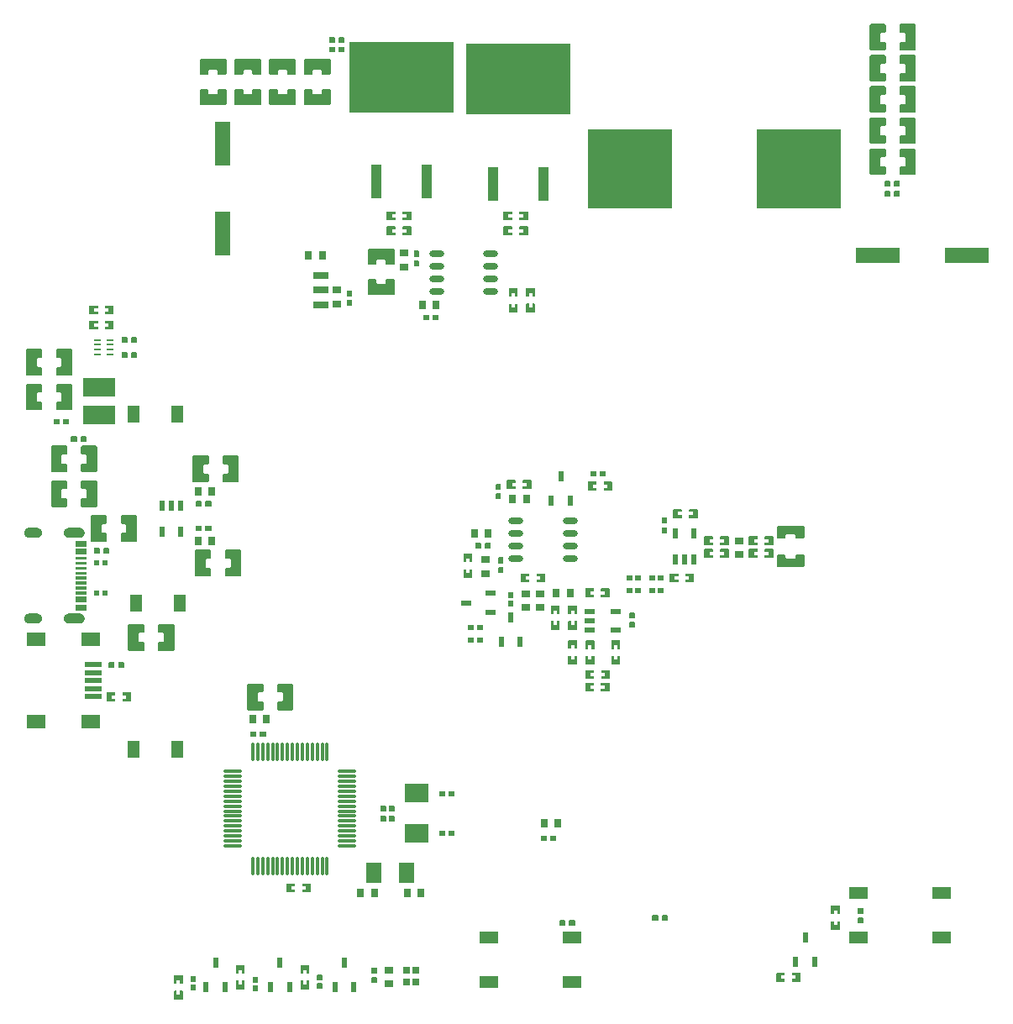
<source format=gtp>
G04*
G04 #@! TF.GenerationSoftware,Altium Limited,Altium Designer,23.3.1 (30)*
G04*
G04 Layer_Color=8421504*
%FSLAX25Y25*%
%MOIN*%
G70*
G04*
G04 #@! TF.SameCoordinates,A0E3A479-A048-482A-A5C8-966E8189681F*
G04*
G04*
G04 #@! TF.FilePolarity,Positive*
G04*
G01*
G75*
%ADD19R,0.17717X0.06496*%
%ADD20R,0.03543X0.03150*%
%ADD21O,0.05984X0.02362*%
%ADD22R,0.03150X0.03543*%
%ADD23R,0.06201X0.02646*%
%ADD24R,0.02677X0.01102*%
%ADD25R,0.04921X0.06693*%
%ADD26O,0.01181X0.07874*%
%ADD27O,0.07874X0.01181*%
%ADD28R,0.02362X0.03937*%
%ADD29R,0.02362X0.04213*%
%ADD30R,0.03937X0.02362*%
%ADD31R,0.04213X0.02362*%
%ADD32R,0.02953X0.02756*%
%ADD33R,0.07480X0.05118*%
%ADD34R,0.09449X0.07480*%
%ADD35R,0.05906X0.07874*%
%ADD36R,0.33465X0.31496*%
%ADD37R,0.41600X0.28270*%
%ADD38R,0.04465X0.13223*%
%ADD39R,0.06496X0.17717*%
%ADD40R,0.07480X0.05709*%
%ADD41R,0.06693X0.01968*%
%ADD42R,0.12677X0.07181*%
G36*
X134783Y-6988D02*
Y-8760D01*
X134586Y-8957D01*
X132697D01*
X132421Y-8760D01*
Y-6988D01*
X132697Y-6791D01*
X134586D01*
X134783Y-6988D01*
D02*
G37*
G36*
X131004D02*
Y-8760D01*
X130728Y-8957D01*
X128838D01*
X128641Y-8760D01*
Y-6988D01*
X128838Y-6791D01*
X130728D01*
X131004Y-6988D01*
D02*
G37*
G36*
X361624Y-1969D02*
Y-11811D01*
X361230Y-12205D01*
X355581D01*
X355187Y-11811D01*
Y-9091D01*
X355581Y-8697D01*
X356982D01*
X357376Y-8303D01*
Y-5476D01*
X356982Y-5083D01*
X355581D01*
X355187Y-4689D01*
Y-1969D01*
X355581Y-1575D01*
X361230D01*
X361624Y-1969D01*
D02*
G37*
G36*
X349675D02*
Y-4689D01*
X349282Y-5083D01*
X347880D01*
X347487Y-5476D01*
Y-8303D01*
X347880Y-8697D01*
X349282D01*
X349675Y-9091D01*
Y-11811D01*
X349282Y-12205D01*
X343632D01*
X343238Y-11811D01*
Y-1969D01*
X343632Y-1575D01*
X349282D01*
X349675Y-1969D01*
D02*
G37*
G36*
X134783Y-10925D02*
Y-12697D01*
X134586Y-12894D01*
X132697D01*
X132421Y-12697D01*
Y-10925D01*
X132697Y-10728D01*
X134586D01*
X134783Y-10925D01*
D02*
G37*
G36*
X131004D02*
Y-12697D01*
X130728Y-12894D01*
X128838D01*
X128641Y-12697D01*
Y-10925D01*
X128838Y-10728D01*
X130728D01*
X131004Y-10925D01*
D02*
G37*
G36*
X129331Y-15807D02*
Y-21457D01*
X128937Y-21850D01*
X126217D01*
X125823Y-21457D01*
Y-20055D01*
X125429Y-19662D01*
X122602D01*
X122209Y-20055D01*
Y-21457D01*
X121815Y-21850D01*
X119095D01*
X118701Y-21457D01*
Y-15807D01*
X119095Y-15413D01*
X128937D01*
X129331Y-15807D01*
D02*
G37*
G36*
X115551D02*
Y-21457D01*
X115157Y-21850D01*
X112437D01*
X112043Y-21457D01*
Y-20055D01*
X111650Y-19662D01*
X108823D01*
X108429Y-20055D01*
Y-21457D01*
X108035Y-21850D01*
X105315D01*
X104921Y-21457D01*
Y-15807D01*
X105315Y-15413D01*
X115157D01*
X115551Y-15807D01*
D02*
G37*
G36*
X101772D02*
Y-21457D01*
X101378Y-21850D01*
X98658D01*
X98264Y-21457D01*
Y-20055D01*
X97870Y-19662D01*
X95043D01*
X94650Y-20055D01*
Y-21457D01*
X94256Y-21850D01*
X91535D01*
X91142Y-21457D01*
Y-15807D01*
X91535Y-15413D01*
X101378D01*
X101772Y-15807D01*
D02*
G37*
G36*
X87992D02*
Y-21457D01*
X87599Y-21850D01*
X84878D01*
X84484Y-21457D01*
Y-20055D01*
X84091Y-19662D01*
X81264D01*
X80870Y-20055D01*
Y-21457D01*
X80476Y-21850D01*
X77756D01*
X77362Y-21457D01*
Y-15807D01*
X77756Y-15413D01*
X87599D01*
X87992Y-15807D01*
D02*
G37*
G36*
X361624Y-14323D02*
Y-24165D01*
X361230Y-24559D01*
X355581D01*
X355187Y-24165D01*
Y-21445D01*
X355581Y-21051D01*
X356982D01*
X357376Y-20658D01*
Y-17831D01*
X356982Y-17437D01*
X355581D01*
X355187Y-17043D01*
Y-14323D01*
X355581Y-13929D01*
X361230D01*
X361624Y-14323D01*
D02*
G37*
G36*
X349675D02*
Y-17043D01*
X349282Y-17437D01*
X347880D01*
X347487Y-17831D01*
Y-20658D01*
X347880Y-21051D01*
X349282D01*
X349675Y-21445D01*
Y-24165D01*
X349282Y-24559D01*
X343632D01*
X343238Y-24165D01*
Y-14323D01*
X343632Y-13929D01*
X349282D01*
X349675Y-14323D01*
D02*
G37*
G36*
X129331Y-27756D02*
Y-33406D01*
X128937Y-33799D01*
X119095D01*
X118701Y-33406D01*
Y-27756D01*
X119095Y-27362D01*
X121815D01*
X122209Y-27756D01*
Y-29157D01*
X122602Y-29551D01*
X125429D01*
X125823Y-29157D01*
Y-27756D01*
X126217Y-27362D01*
X128937D01*
X129331Y-27756D01*
D02*
G37*
G36*
X115551D02*
Y-33406D01*
X115157Y-33799D01*
X105315D01*
X104921Y-33406D01*
Y-27756D01*
X105315Y-27362D01*
X108035D01*
X108429Y-27756D01*
Y-29157D01*
X108823Y-29551D01*
X111650D01*
X112043Y-29157D01*
Y-27756D01*
X112437Y-27362D01*
X115157D01*
X115551Y-27756D01*
D02*
G37*
G36*
X101772D02*
Y-33406D01*
X101378Y-33799D01*
X91535D01*
X91142Y-33406D01*
Y-27756D01*
X91535Y-27362D01*
X94256D01*
X94650Y-27756D01*
Y-29157D01*
X95043Y-29551D01*
X97870D01*
X98264Y-29157D01*
Y-27756D01*
X98658Y-27362D01*
X101378D01*
X101772Y-27756D01*
D02*
G37*
G36*
X87992D02*
Y-33406D01*
X87599Y-33799D01*
X77756D01*
X77362Y-33406D01*
Y-27756D01*
X77756Y-27362D01*
X80476D01*
X80870Y-27756D01*
Y-29157D01*
X81264Y-29551D01*
X84091D01*
X84484Y-29157D01*
Y-27756D01*
X84878Y-27362D01*
X87599D01*
X87992Y-27756D01*
D02*
G37*
G36*
X361624Y-26677D02*
Y-36520D01*
X361230Y-36913D01*
X355581D01*
X355187Y-36520D01*
Y-33799D01*
X355581Y-33406D01*
X356982D01*
X357376Y-33012D01*
Y-30185D01*
X356982Y-29791D01*
X355581D01*
X355187Y-29398D01*
Y-26677D01*
X355581Y-26283D01*
X361230D01*
X361624Y-26677D01*
D02*
G37*
G36*
X349675D02*
Y-29398D01*
X349282Y-29791D01*
X347880D01*
X347487Y-30185D01*
Y-33012D01*
X347880Y-33406D01*
X349282D01*
X349675Y-33799D01*
Y-36520D01*
X349282Y-36913D01*
X343632D01*
X343238Y-36520D01*
Y-26677D01*
X343632Y-26283D01*
X349282D01*
X349675Y-26677D01*
D02*
G37*
G36*
X361624Y-39031D02*
Y-48874D01*
X361230Y-49268D01*
X355581D01*
X355187Y-48874D01*
Y-46154D01*
X355581Y-45760D01*
X356982D01*
X357376Y-45366D01*
Y-42539D01*
X356982Y-42146D01*
X355581D01*
X355187Y-41752D01*
Y-39031D01*
X355581Y-38638D01*
X361230D01*
X361624Y-39031D01*
D02*
G37*
G36*
X349675D02*
Y-41752D01*
X349282Y-42146D01*
X347880D01*
X347487Y-42539D01*
Y-45366D01*
X347880Y-45760D01*
X349282D01*
X349675Y-46154D01*
Y-48874D01*
X349282Y-49268D01*
X343632D01*
X343238Y-48874D01*
Y-39031D01*
X343632Y-38638D01*
X349282D01*
X349675Y-39031D01*
D02*
G37*
G36*
X361624Y-51386D02*
Y-61228D01*
X361230Y-61622D01*
X355581D01*
X355187Y-61228D01*
Y-58508D01*
X355581Y-58114D01*
X356982D01*
X357376Y-57720D01*
Y-54894D01*
X356982Y-54500D01*
X355581D01*
X355187Y-54106D01*
Y-51386D01*
X355581Y-50992D01*
X361230D01*
X361624Y-51386D01*
D02*
G37*
G36*
X349675D02*
Y-54106D01*
X349282Y-54500D01*
X347880D01*
X347487Y-54894D01*
Y-57720D01*
X347880Y-58114D01*
X349282D01*
X349675Y-58508D01*
Y-61228D01*
X349282Y-61622D01*
X343632D01*
X343238Y-61228D01*
Y-51386D01*
X343632Y-50992D01*
X349282D01*
X349675Y-51386D01*
D02*
G37*
G36*
X355256Y-64075D02*
Y-65847D01*
X355059Y-66043D01*
X353169D01*
X352894Y-65847D01*
Y-64075D01*
X353169Y-63878D01*
X355059D01*
X355256Y-64075D01*
D02*
G37*
G36*
X351476D02*
Y-65847D01*
X351201Y-66043D01*
X349311D01*
X349114Y-65847D01*
Y-64075D01*
X349311Y-63878D01*
X351201D01*
X351476Y-64075D01*
D02*
G37*
G36*
X355256Y-68012D02*
Y-69783D01*
X355059Y-69980D01*
X353169D01*
X352893Y-69783D01*
Y-68012D01*
X353169Y-67815D01*
X355059D01*
X355256Y-68012D01*
D02*
G37*
G36*
X351476D02*
Y-69783D01*
X351201Y-69980D01*
X349311D01*
X349114Y-69783D01*
Y-68012D01*
X349311Y-67815D01*
X351201D01*
X351476Y-68012D01*
D02*
G37*
G36*
X207657Y-76181D02*
Y-79331D01*
X207460Y-79527D01*
X204350D01*
X204153Y-79331D01*
Y-78433D01*
X205649D01*
Y-77134D01*
X204153D01*
Y-76181D01*
X204350Y-75984D01*
X207460D01*
X207657Y-76181D01*
D02*
G37*
G36*
X201398D02*
Y-77134D01*
X199941D01*
Y-78433D01*
X201398D01*
Y-79331D01*
X201201Y-79527D01*
X198051D01*
X197854Y-79331D01*
Y-76181D01*
X198051Y-75984D01*
X201201D01*
X201398Y-76181D01*
D02*
G37*
G36*
X161410D02*
Y-79331D01*
X161213Y-79527D01*
X158103D01*
X157906Y-79331D01*
Y-78433D01*
X159402D01*
Y-77134D01*
X157906D01*
Y-76181D01*
X158103Y-75984D01*
X161213D01*
X161410Y-76181D01*
D02*
G37*
G36*
X155150D02*
Y-77134D01*
X153694D01*
Y-78433D01*
X155150D01*
Y-79331D01*
X154954Y-79527D01*
X151804D01*
X151607Y-79331D01*
Y-76181D01*
X151804Y-75984D01*
X154954D01*
X155150Y-76181D01*
D02*
G37*
G36*
X207657Y-82086D02*
Y-85236D01*
X207460Y-85433D01*
X204350D01*
X204153Y-85236D01*
Y-84339D01*
X205649D01*
Y-83039D01*
X204153D01*
Y-82086D01*
X204350Y-81890D01*
X207460D01*
X207657Y-82086D01*
D02*
G37*
G36*
X201398D02*
Y-83039D01*
X199941D01*
Y-84339D01*
X201398D01*
Y-85236D01*
X201201Y-85433D01*
X198051D01*
X197854Y-85236D01*
Y-82086D01*
X198051Y-81890D01*
X201201D01*
X201398Y-82086D01*
D02*
G37*
G36*
X161410D02*
Y-85236D01*
X161213Y-85433D01*
X158103D01*
X157906Y-85236D01*
Y-84339D01*
X159402D01*
Y-83039D01*
X157906D01*
Y-82086D01*
X158103Y-81890D01*
X161213D01*
X161410Y-82086D01*
D02*
G37*
G36*
X155150D02*
Y-83039D01*
X153694D01*
Y-84339D01*
X155150D01*
Y-85236D01*
X154954Y-85433D01*
X151804D01*
X151607Y-85236D01*
Y-82086D01*
X151804Y-81890D01*
X154954D01*
X155150Y-82086D01*
D02*
G37*
G36*
X164468Y-91792D02*
Y-93681D01*
X164272Y-93957D01*
X162500D01*
X162303Y-93681D01*
Y-91792D01*
X162500Y-91595D01*
X164272D01*
X164468Y-91792D01*
D02*
G37*
G36*
X154720Y-91152D02*
Y-96801D01*
X154326Y-97195D01*
X151606D01*
X151212Y-96801D01*
Y-95400D01*
X150818Y-95007D01*
X147992D01*
X147598Y-95400D01*
Y-96801D01*
X147204Y-97195D01*
X144484D01*
X144090Y-96801D01*
Y-91152D01*
X144484Y-90758D01*
X154326D01*
X154720Y-91152D01*
D02*
G37*
G36*
X164468Y-95650D02*
Y-97540D01*
X164272Y-97737D01*
X162500D01*
X162303Y-97540D01*
Y-95650D01*
X162500Y-95374D01*
X164272D01*
X164468Y-95650D01*
D02*
G37*
G36*
X154720Y-103101D02*
Y-108750D01*
X154326Y-109144D01*
X144484D01*
X144090Y-108750D01*
Y-103101D01*
X144484Y-102707D01*
X147204D01*
X147598Y-103101D01*
Y-104502D01*
X147992Y-104896D01*
X150818D01*
X151212Y-104502D01*
Y-103101D01*
X151606Y-102707D01*
X154326D01*
X154720Y-103101D01*
D02*
G37*
G36*
X137894Y-107540D02*
Y-109429D01*
X137697Y-109705D01*
X135925D01*
X135728Y-109429D01*
Y-107540D01*
X135925Y-107343D01*
X137697D01*
X137894Y-107540D01*
D02*
G37*
G36*
X210433Y-106503D02*
Y-109613D01*
X210236Y-109810D01*
X209339D01*
Y-108314D01*
X208039D01*
Y-109810D01*
X207086D01*
X206890Y-109613D01*
Y-106503D01*
X207086Y-106306D01*
X210236D01*
X210433Y-106503D01*
D02*
G37*
G36*
X203543Y-106528D02*
Y-109678D01*
X203347Y-109875D01*
X202394D01*
Y-108418D01*
X201095D01*
Y-109875D01*
X200197D01*
X200000Y-109678D01*
Y-106528D01*
X200197Y-106332D01*
X203347D01*
X203543Y-106528D01*
D02*
G37*
G36*
X137894Y-111398D02*
Y-113288D01*
X137697Y-113485D01*
X135925D01*
X135728Y-113288D01*
Y-111398D01*
X135925Y-111122D01*
X137697D01*
X137894Y-111398D01*
D02*
G37*
G36*
X210433Y-112763D02*
Y-115912D01*
X210236Y-116109D01*
X207086D01*
X206890Y-115912D01*
Y-112763D01*
X207086Y-112566D01*
X208039D01*
Y-114023D01*
X209339D01*
Y-112566D01*
X210236D01*
X210433Y-112763D01*
D02*
G37*
G36*
X203543Y-112828D02*
Y-115938D01*
X203347Y-116135D01*
X200197D01*
X200000Y-115938D01*
Y-112828D01*
X200197Y-112631D01*
X201095D01*
Y-114127D01*
X202394D01*
Y-112631D01*
X203347D01*
X203543Y-112828D01*
D02*
G37*
G36*
X43275Y-113583D02*
Y-116732D01*
X43078Y-116929D01*
X39968D01*
X39771Y-116732D01*
Y-115835D01*
X41267D01*
Y-114535D01*
X39771D01*
Y-113583D01*
X39968Y-113386D01*
X43078D01*
X43275Y-113583D01*
D02*
G37*
G36*
X37015D02*
Y-114535D01*
X35558D01*
Y-115835D01*
X37015D01*
Y-116732D01*
X36818Y-116929D01*
X33668D01*
X33472Y-116732D01*
Y-113583D01*
X33668Y-113386D01*
X36818D01*
X37015Y-113583D01*
D02*
G37*
G36*
X172185Y-117224D02*
Y-118996D01*
X171988Y-119193D01*
X170098D01*
X169823Y-118996D01*
Y-117224D01*
X170098Y-117027D01*
X171988D01*
X172185Y-117224D01*
D02*
G37*
G36*
X168405D02*
Y-118996D01*
X168130Y-119193D01*
X166240D01*
X166043Y-118996D01*
Y-117224D01*
X166240Y-117027D01*
X168130D01*
X168405Y-117224D01*
D02*
G37*
G36*
X43275Y-119488D02*
Y-122638D01*
X43078Y-122835D01*
X39928D01*
X39731Y-122638D01*
Y-121685D01*
X41188D01*
Y-120386D01*
X39731D01*
Y-119488D01*
X39928Y-119291D01*
X43078D01*
X43275Y-119488D01*
D02*
G37*
G36*
X36975D02*
Y-120386D01*
X35480D01*
Y-121685D01*
X36975D01*
Y-122638D01*
X36779Y-122835D01*
X33669D01*
X33472Y-122638D01*
Y-119488D01*
X33669Y-119291D01*
X36779D01*
X36975Y-119488D01*
D02*
G37*
G36*
X52461Y-126083D02*
Y-127854D01*
X52264Y-128051D01*
X50374D01*
X50099Y-127854D01*
Y-126083D01*
X50374Y-125886D01*
X52264D01*
X52461Y-126083D01*
D02*
G37*
G36*
X48681D02*
Y-127854D01*
X48406Y-128051D01*
X46516D01*
X46319Y-127854D01*
Y-126083D01*
X46516Y-125886D01*
X48406D01*
X48681Y-126083D01*
D02*
G37*
G36*
X52461Y-131988D02*
Y-133760D01*
X52264Y-133957D01*
X50374D01*
X50099Y-133760D01*
Y-131988D01*
X50374Y-131791D01*
X52264D01*
X52461Y-131988D01*
D02*
G37*
G36*
X48681D02*
Y-133760D01*
X48406Y-133957D01*
X46516D01*
X46319Y-133760D01*
Y-131988D01*
X46516Y-131791D01*
X48406D01*
X48681Y-131988D01*
D02*
G37*
G36*
X26840Y-130905D02*
Y-140748D01*
X26447Y-141142D01*
X20797D01*
X20403Y-140748D01*
Y-138028D01*
X20797Y-137634D01*
X22198D01*
X22592Y-137240D01*
Y-134413D01*
X22198Y-134020D01*
X20797D01*
X20403Y-133626D01*
Y-130905D01*
X20797Y-130512D01*
X26447D01*
X26840Y-130905D01*
D02*
G37*
G36*
X14892D02*
Y-133626D01*
X14498Y-134020D01*
X13097D01*
X12703Y-134413D01*
Y-137240D01*
X13097Y-137634D01*
X14498D01*
X14892Y-138028D01*
Y-140748D01*
X14498Y-141142D01*
X8848D01*
X8455Y-140748D01*
Y-130905D01*
X8848Y-130512D01*
X14498D01*
X14892Y-130905D01*
D02*
G37*
G36*
X26840Y-144685D02*
Y-154528D01*
X26447Y-154921D01*
X20797D01*
X20403Y-154528D01*
Y-151807D01*
X20797Y-151413D01*
X22198D01*
X22592Y-151020D01*
Y-148193D01*
X22198Y-147799D01*
X20797D01*
X20403Y-147406D01*
Y-144685D01*
X20797Y-144291D01*
X26447D01*
X26840Y-144685D01*
D02*
G37*
G36*
X14892D02*
Y-147406D01*
X14498Y-147799D01*
X13097D01*
X12703Y-148193D01*
Y-151020D01*
X13097Y-151413D01*
X14498D01*
X14892Y-151807D01*
Y-154528D01*
X14498Y-154921D01*
X8848D01*
X8455Y-154528D01*
Y-144685D01*
X8848Y-144291D01*
X14498D01*
X14892Y-144685D01*
D02*
G37*
G36*
X25531Y-158563D02*
Y-160335D01*
X25334Y-160531D01*
X23445D01*
X23169Y-160335D01*
Y-158563D01*
X23445Y-158366D01*
X25334D01*
X25531Y-158563D01*
D02*
G37*
G36*
X21752D02*
Y-160335D01*
X21476Y-160531D01*
X19586D01*
X19389Y-160335D01*
Y-158563D01*
X19586Y-158366D01*
X21476D01*
X21752Y-158563D01*
D02*
G37*
G36*
X32421Y-165453D02*
Y-167224D01*
X32224Y-167421D01*
X30334D01*
X30059Y-167224D01*
Y-165453D01*
X30334Y-165256D01*
X32224D01*
X32421Y-165453D01*
D02*
G37*
G36*
X28641D02*
Y-167224D01*
X28366Y-167421D01*
X26476D01*
X26279Y-167224D01*
Y-165453D01*
X26476Y-165256D01*
X28366D01*
X28641Y-165453D01*
D02*
G37*
G36*
X36683Y-169291D02*
Y-179134D01*
X36289Y-179528D01*
X30640D01*
X30246Y-179134D01*
Y-176413D01*
X30640Y-176020D01*
X32041D01*
X32435Y-175626D01*
Y-172799D01*
X32041Y-172406D01*
X30640D01*
X30246Y-172012D01*
Y-169291D01*
X30640Y-168898D01*
X36289D01*
X36683Y-169291D01*
D02*
G37*
G36*
X24734D02*
Y-172012D01*
X24341Y-172406D01*
X22939D01*
X22546Y-172799D01*
Y-175626D01*
X22939Y-176020D01*
X24341D01*
X24734Y-176413D01*
Y-179134D01*
X24341Y-179528D01*
X18691D01*
X18297Y-179134D01*
Y-169291D01*
X18691Y-168898D01*
X24341D01*
X24734Y-169291D01*
D02*
G37*
G36*
X238485Y-179232D02*
Y-181004D01*
X238288Y-181201D01*
X236398D01*
X236122Y-181004D01*
Y-179232D01*
X236398Y-179035D01*
X238288D01*
X238485Y-179232D01*
D02*
G37*
G36*
X234705D02*
Y-181004D01*
X234429Y-181201D01*
X232540D01*
X232343Y-181004D01*
Y-179232D01*
X232540Y-179035D01*
X234429D01*
X234705Y-179232D01*
D02*
G37*
G36*
X92923Y-173228D02*
Y-183071D01*
X92529Y-183465D01*
X86880D01*
X86486Y-183071D01*
Y-180350D01*
X86880Y-179957D01*
X88281D01*
X88675Y-179563D01*
Y-176736D01*
X88281Y-176342D01*
X86880D01*
X86486Y-175949D01*
Y-173228D01*
X86880Y-172835D01*
X92529D01*
X92923Y-173228D01*
D02*
G37*
G36*
X80974D02*
Y-175949D01*
X80581Y-176342D01*
X79180D01*
X78786Y-176736D01*
Y-179563D01*
X79180Y-179957D01*
X80581D01*
X80974Y-180350D01*
Y-183071D01*
X80581Y-183465D01*
X74931D01*
X74537Y-183071D01*
Y-173228D01*
X74931Y-172835D01*
X80581D01*
X80974Y-173228D01*
D02*
G37*
G36*
X209042Y-182728D02*
Y-185877D01*
X208845Y-186074D01*
X205735D01*
X205538Y-185877D01*
Y-184980D01*
X207034D01*
Y-183680D01*
X205538D01*
Y-182728D01*
X205735Y-182531D01*
X208845D01*
X209042Y-182728D01*
D02*
G37*
G36*
X202782D02*
Y-183680D01*
X201326D01*
Y-184980D01*
X202782D01*
Y-185877D01*
X202585Y-186074D01*
X199436D01*
X199239Y-185877D01*
Y-182728D01*
X199436Y-182531D01*
X202585D01*
X202782Y-182728D01*
D02*
G37*
G36*
X196949Y-184311D02*
Y-186201D01*
X196752Y-186477D01*
X194980D01*
X194783Y-186201D01*
Y-184311D01*
X194980Y-184115D01*
X196752D01*
X196949Y-184311D01*
D02*
G37*
G36*
X241135Y-183465D02*
Y-186614D01*
X240938Y-186811D01*
X237828D01*
X237631Y-186614D01*
Y-185717D01*
X239127D01*
Y-184417D01*
X237631D01*
Y-183465D01*
X237828Y-183268D01*
X240938D01*
X241135Y-183465D01*
D02*
G37*
G36*
X234875D02*
Y-184417D01*
X233418D01*
Y-185717D01*
X234875D01*
Y-186614D01*
X234678Y-186811D01*
X231528D01*
X231332Y-186614D01*
Y-183465D01*
X231528Y-183268D01*
X234678D01*
X234875Y-183465D01*
D02*
G37*
G36*
X196949Y-188170D02*
Y-190059D01*
X196752Y-190256D01*
X194980D01*
X194783Y-190059D01*
Y-188170D01*
X194980Y-187894D01*
X196752D01*
X196949Y-188170D01*
D02*
G37*
G36*
X81989Y-191043D02*
Y-192815D01*
X81792Y-193012D01*
X79902D01*
X79626Y-192815D01*
Y-191043D01*
X79902Y-190847D01*
X81792D01*
X81989Y-191043D01*
D02*
G37*
G36*
X78209D02*
Y-192815D01*
X77933Y-193012D01*
X76044D01*
X75847Y-192815D01*
Y-191043D01*
X76044Y-190847D01*
X77933D01*
X78209Y-191043D01*
D02*
G37*
G36*
X36683Y-183071D02*
Y-192913D01*
X36289Y-193307D01*
X30640D01*
X30246Y-192913D01*
Y-190193D01*
X30640Y-189799D01*
X32041D01*
X32435Y-189406D01*
Y-186579D01*
X32041Y-186185D01*
X30640D01*
X30246Y-185791D01*
Y-183071D01*
X30640Y-182677D01*
X36289D01*
X36683Y-183071D01*
D02*
G37*
G36*
X24734D02*
Y-185791D01*
X24341Y-186185D01*
X22939D01*
X22546Y-186579D01*
Y-189406D01*
X22939Y-189799D01*
X24341D01*
X24734Y-190193D01*
Y-192913D01*
X24341Y-193307D01*
X18691D01*
X18297Y-192913D01*
Y-183071D01*
X18691Y-182677D01*
X24341D01*
X24734Y-183071D01*
D02*
G37*
G36*
X274968Y-194291D02*
Y-197440D01*
X274771Y-197637D01*
X271661D01*
X271464Y-197440D01*
Y-196543D01*
X272960D01*
Y-195244D01*
X271464D01*
Y-194291D01*
X271661Y-194094D01*
X274771D01*
X274968Y-194291D01*
D02*
G37*
G36*
X268708D02*
Y-195244D01*
X267251D01*
Y-196543D01*
X268708D01*
Y-197440D01*
X268511Y-197637D01*
X265361D01*
X265165Y-197440D01*
Y-194291D01*
X265361Y-194094D01*
X268511D01*
X268708Y-194291D01*
D02*
G37*
G36*
X262894Y-197736D02*
Y-199626D01*
X262697Y-199901D01*
X260925D01*
X260728Y-199626D01*
Y-197736D01*
X260925Y-197539D01*
X262697D01*
X262894Y-197736D01*
D02*
G37*
G36*
X81989Y-200886D02*
Y-202658D01*
X81792Y-202854D01*
X79902D01*
X79626Y-202658D01*
Y-200886D01*
X79902Y-200689D01*
X81792D01*
X81989Y-200886D01*
D02*
G37*
G36*
X78209D02*
Y-202658D01*
X77933Y-202854D01*
X76044D01*
X75847Y-202658D01*
Y-200886D01*
X76044Y-200689D01*
X77933D01*
X78209Y-200886D01*
D02*
G37*
G36*
X262894Y-201594D02*
Y-203484D01*
X262697Y-203681D01*
X260925D01*
X260728Y-203484D01*
Y-201594D01*
X260925Y-201319D01*
X262697D01*
X262894Y-201594D01*
D02*
G37*
G36*
X29850Y-201571D02*
X29948Y-201579D01*
X30046Y-201591D01*
X30142Y-201608D01*
X30238Y-201630D01*
X30332Y-201656D01*
X30426Y-201688D01*
X30517Y-201724D01*
X30606Y-201764D01*
X30694Y-201809D01*
X30779Y-201858D01*
X30861Y-201911D01*
X30941Y-201968D01*
X31018Y-202029D01*
X31091Y-202095D01*
X31161Y-202163D01*
X31228Y-202235D01*
X31291Y-202310D01*
X31350Y-202388D01*
X31406Y-202469D01*
X31457Y-202553D01*
X31504Y-202639D01*
X31547Y-202728D01*
X31585Y-202818D01*
X31618Y-202910D01*
X31647Y-203004D01*
X31671Y-203099D01*
X31691Y-203196D01*
X31705Y-203293D01*
X31715Y-203390D01*
X31720Y-203488D01*
Y-203587D01*
X31715Y-203684D01*
X31705Y-203782D01*
X31691Y-203879D01*
X31671Y-203976D01*
X31647Y-204071D01*
X31618Y-204164D01*
X31585Y-204257D01*
X31547Y-204347D01*
X31504Y-204435D01*
X31457Y-204522D01*
X31406Y-204605D01*
X31350Y-204687D01*
X31291Y-204765D01*
X31228Y-204840D01*
X31161Y-204912D01*
X31091Y-204980D01*
X31018Y-205045D01*
X30941Y-205107D01*
X30861Y-205164D01*
X30779Y-205217D01*
X30694Y-205266D01*
X30606Y-205311D01*
X30517Y-205351D01*
X30426Y-205387D01*
X30332Y-205418D01*
X30238Y-205445D01*
X30142Y-205467D01*
X30046Y-205484D01*
X29948Y-205496D01*
X29850Y-205504D01*
X29752Y-205506D01*
X25421D01*
X25323Y-205504D01*
X25225Y-205496D01*
X25128Y-205484D01*
X25031Y-205467D01*
X24936Y-205445D01*
X24841Y-205418D01*
X24748Y-205387D01*
X24657Y-205351D01*
X24567Y-205311D01*
X24480Y-205266D01*
X24395Y-205217D01*
X24313Y-205164D01*
X24233Y-205107D01*
X24156Y-205045D01*
X24082Y-204980D01*
X24012Y-204912D01*
X23945Y-204840D01*
X23882Y-204765D01*
X23823Y-204687D01*
X23768Y-204605D01*
X23717Y-204522D01*
X23670Y-204435D01*
X23627Y-204347D01*
X23589Y-204257D01*
X23555Y-204164D01*
X23527Y-204071D01*
X23502Y-203976D01*
X23483Y-203879D01*
X23468Y-203782D01*
X23458Y-203684D01*
X23453Y-203587D01*
Y-203488D01*
X23458Y-203390D01*
X23468Y-203293D01*
X23483Y-203196D01*
X23502Y-203099D01*
X23527Y-203004D01*
X23555Y-202910D01*
X23589Y-202818D01*
X23627Y-202728D01*
X23670Y-202639D01*
X23717Y-202553D01*
X23768Y-202469D01*
X23823Y-202388D01*
X23882Y-202310D01*
X23945Y-202235D01*
X24012Y-202163D01*
X24082Y-202095D01*
X24156Y-202029D01*
X24233Y-201968D01*
X24313Y-201911D01*
X24395Y-201858D01*
X24480Y-201809D01*
X24567Y-201764D01*
X24657Y-201724D01*
X24748Y-201688D01*
X24841Y-201656D01*
X24936Y-201630D01*
X25031Y-201608D01*
X25128Y-201591D01*
X25225Y-201579D01*
X25323Y-201571D01*
X25421Y-201569D01*
X29752D01*
X29850Y-201571D01*
D02*
G37*
G36*
X12921D02*
X13019Y-201579D01*
X13116Y-201591D01*
X13213Y-201608D01*
X13308Y-201630D01*
X13403Y-201656D01*
X13496Y-201688D01*
X13587Y-201724D01*
X13677Y-201764D01*
X13764Y-201809D01*
X13849Y-201858D01*
X13931Y-201911D01*
X14011Y-201968D01*
X14088Y-202029D01*
X14162Y-202095D01*
X14232Y-202163D01*
X14299Y-202235D01*
X14362Y-202310D01*
X14421Y-202388D01*
X14476Y-202469D01*
X14527Y-202553D01*
X14574Y-202639D01*
X14617Y-202728D01*
X14655Y-202818D01*
X14689Y-202910D01*
X14717Y-203004D01*
X14742Y-203099D01*
X14761Y-203196D01*
X14776Y-203293D01*
X14786Y-203390D01*
X14791Y-203488D01*
Y-203587D01*
X14786Y-203684D01*
X14776Y-203782D01*
X14761Y-203879D01*
X14742Y-203976D01*
X14717Y-204071D01*
X14689Y-204164D01*
X14655Y-204257D01*
X14617Y-204347D01*
X14574Y-204435D01*
X14527Y-204522D01*
X14476Y-204605D01*
X14421Y-204687D01*
X14362Y-204765D01*
X14299Y-204840D01*
X14232Y-204912D01*
X14162Y-204980D01*
X14088Y-205045D01*
X14011Y-205107D01*
X13931Y-205164D01*
X13849Y-205217D01*
X13764Y-205266D01*
X13677Y-205311D01*
X13587Y-205351D01*
X13496Y-205387D01*
X13403Y-205418D01*
X13308Y-205445D01*
X13213Y-205467D01*
X13116Y-205484D01*
X13019Y-205496D01*
X12921Y-205504D01*
X12823Y-205506D01*
X9673D01*
X9575Y-205504D01*
X9477Y-205496D01*
X9380Y-205484D01*
X9283Y-205467D01*
X9187Y-205445D01*
X9093Y-205418D01*
X9000Y-205387D01*
X8908Y-205351D01*
X8819Y-205311D01*
X8732Y-205266D01*
X8647Y-205217D01*
X8564Y-205164D01*
X8484Y-205107D01*
X8408Y-205045D01*
X8334Y-204980D01*
X8264Y-204912D01*
X8197Y-204840D01*
X8134Y-204765D01*
X8075Y-204687D01*
X8019Y-204605D01*
X7968Y-204522D01*
X7921Y-204435D01*
X7879Y-204347D01*
X7841Y-204257D01*
X7807Y-204164D01*
X7778Y-204071D01*
X7754Y-203976D01*
X7734Y-203879D01*
X7720Y-203782D01*
X7710Y-203684D01*
X7705Y-203587D01*
Y-203488D01*
X7710Y-203390D01*
X7720Y-203293D01*
X7734Y-203196D01*
X7754Y-203099D01*
X7778Y-203004D01*
X7807Y-202910D01*
X7841Y-202818D01*
X7879Y-202728D01*
X7921Y-202639D01*
X7968Y-202553D01*
X8019Y-202469D01*
X8075Y-202388D01*
X8134Y-202310D01*
X8197Y-202235D01*
X8264Y-202163D01*
X8334Y-202095D01*
X8408Y-202029D01*
X8484Y-201968D01*
X8564Y-201911D01*
X8647Y-201858D01*
X8732Y-201809D01*
X8819Y-201764D01*
X8908Y-201724D01*
X9000Y-201688D01*
X9093Y-201656D01*
X9187Y-201630D01*
X9283Y-201608D01*
X9380Y-201591D01*
X9477Y-201579D01*
X9575Y-201571D01*
X9673Y-201569D01*
X12823D01*
X12921Y-201571D01*
D02*
G37*
G36*
X317352Y-201070D02*
Y-205331D01*
X316959Y-205725D01*
X314098D01*
X313704Y-205331D01*
Y-204402D01*
X313311Y-204008D01*
X310339D01*
X309945Y-204402D01*
Y-205331D01*
X309552Y-205725D01*
X306691D01*
X306297Y-205331D01*
Y-201070D01*
X306691Y-200676D01*
X316959D01*
X317352Y-201070D01*
D02*
G37*
G36*
X52500Y-196850D02*
Y-206693D01*
X52106Y-207087D01*
X46457D01*
X46063Y-206693D01*
Y-203973D01*
X46457Y-203579D01*
X47858D01*
X48252Y-203185D01*
Y-200358D01*
X47858Y-199965D01*
X46457D01*
X46063Y-199571D01*
Y-196850D01*
X46457Y-196457D01*
X52106D01*
X52500Y-196850D01*
D02*
G37*
G36*
X40551D02*
Y-199571D01*
X40157Y-199965D01*
X38756D01*
X38363Y-200358D01*
Y-203185D01*
X38756Y-203579D01*
X40157D01*
X40551Y-203973D01*
Y-206693D01*
X40157Y-207087D01*
X34508D01*
X34114Y-206693D01*
Y-196850D01*
X34508Y-196457D01*
X40157D01*
X40551Y-196850D01*
D02*
G37*
G36*
X305086Y-205118D02*
Y-208268D01*
X304889Y-208465D01*
X301779D01*
X301582Y-208268D01*
Y-207370D01*
X303078D01*
Y-206071D01*
X301582D01*
Y-205118D01*
X301779Y-204921D01*
X304889D01*
X305086Y-205118D01*
D02*
G37*
G36*
X298826D02*
Y-206071D01*
X297369D01*
Y-207370D01*
X298826D01*
Y-208268D01*
X298629Y-208465D01*
X295479D01*
X295283Y-208268D01*
Y-205118D01*
X295479Y-204921D01*
X298629D01*
X298826Y-205118D01*
D02*
G37*
G36*
X287369D02*
Y-208268D01*
X287172Y-208465D01*
X284062D01*
X283865Y-208268D01*
Y-207370D01*
X285361D01*
Y-206071D01*
X283865D01*
Y-205118D01*
X284062Y-204921D01*
X287172D01*
X287369Y-205118D01*
D02*
G37*
G36*
X281109D02*
Y-206071D01*
X279653D01*
Y-207370D01*
X281109D01*
Y-208268D01*
X280912Y-208465D01*
X277763D01*
X277566Y-208268D01*
Y-205118D01*
X277763Y-204921D01*
X280912D01*
X281109Y-205118D01*
D02*
G37*
G36*
X32488Y-209128D02*
X27961D01*
Y-206766D01*
X32488D01*
Y-209128D01*
D02*
G37*
G36*
X192854Y-207775D02*
Y-209547D01*
X192657Y-209744D01*
X190767D01*
X190492Y-209547D01*
Y-207775D01*
X190767Y-207579D01*
X192657D01*
X192854Y-207775D01*
D02*
G37*
G36*
X189074D02*
Y-209547D01*
X188799Y-209744D01*
X186909D01*
X186712Y-209547D01*
Y-207775D01*
X186909Y-207579D01*
X188799D01*
X189074Y-207775D01*
D02*
G37*
G36*
X41457Y-209744D02*
Y-211516D01*
X41260Y-211713D01*
X39370D01*
X39095Y-211516D01*
Y-209744D01*
X39370Y-209547D01*
X41260D01*
X41457Y-209744D01*
D02*
G37*
G36*
X37677D02*
Y-211516D01*
X37402Y-211713D01*
X35512D01*
X35315Y-211516D01*
Y-209744D01*
X35512Y-209547D01*
X37402D01*
X37677Y-209744D01*
D02*
G37*
G36*
X32488Y-212278D02*
X27961D01*
Y-209915D01*
X32488D01*
Y-212278D01*
D02*
G37*
G36*
X305086Y-210039D02*
Y-213189D01*
X304889Y-213386D01*
X301779D01*
X301582Y-213189D01*
Y-212291D01*
X303078D01*
Y-210992D01*
X301582D01*
Y-210039D01*
X301779Y-209842D01*
X304889D01*
X305086Y-210039D01*
D02*
G37*
G36*
X298826D02*
Y-210992D01*
X297369D01*
Y-212291D01*
X298826D01*
Y-213189D01*
X298629Y-213386D01*
X295479D01*
X295283Y-213189D01*
Y-210039D01*
X295479Y-209842D01*
X298629D01*
X298826Y-210039D01*
D02*
G37*
G36*
X287369D02*
Y-213189D01*
X287172Y-213386D01*
X284062D01*
X283865Y-213189D01*
Y-212291D01*
X285361D01*
Y-210992D01*
X283865D01*
Y-210039D01*
X284062Y-209842D01*
X287172D01*
X287369Y-210039D01*
D02*
G37*
G36*
X281109D02*
Y-210992D01*
X279653D01*
Y-212291D01*
X281109D01*
Y-213189D01*
X280912Y-213386D01*
X277763D01*
X277566Y-213189D01*
Y-210039D01*
X277763Y-209842D01*
X280912D01*
X281109Y-210039D01*
D02*
G37*
G36*
X317352Y-212418D02*
Y-216680D01*
X316959Y-217074D01*
X306691D01*
X306297Y-216680D01*
Y-212418D01*
X306691Y-212024D01*
X309552D01*
X309945Y-212418D01*
Y-213347D01*
X310339Y-213741D01*
X313311D01*
X313704Y-213347D01*
Y-212418D01*
X314098Y-212024D01*
X316959D01*
X317352Y-212418D01*
D02*
G37*
G36*
X32488Y-214246D02*
X27961D01*
Y-213065D01*
X32488D01*
Y-214246D01*
D02*
G37*
G36*
X185621Y-211942D02*
Y-215091D01*
X185424Y-215288D01*
X184527D01*
Y-213831D01*
X183228D01*
Y-215288D01*
X182275D01*
X182078Y-215091D01*
Y-211942D01*
X182275Y-211745D01*
X185424D01*
X185621Y-211942D01*
D02*
G37*
G36*
X197933Y-213484D02*
Y-215374D01*
X197736Y-215649D01*
X195965D01*
X195768Y-215374D01*
Y-213484D01*
X195965Y-213287D01*
X197736D01*
X197933Y-213484D01*
D02*
G37*
G36*
X32488Y-216215D02*
X27961D01*
Y-215033D01*
X32488D01*
Y-216215D01*
D02*
G37*
G36*
X40939Y-214646D02*
Y-216457D01*
X40781Y-216614D01*
X38810D01*
X38653Y-216457D01*
Y-214646D01*
X38810Y-214488D01*
X40781D01*
X40939Y-214646D01*
D02*
G37*
G36*
X37590D02*
Y-216457D01*
X37432Y-216614D01*
X35461D01*
X35304Y-216457D01*
Y-214646D01*
X35461Y-214488D01*
X37432D01*
X37590Y-214646D01*
D02*
G37*
G36*
X32488Y-218183D02*
X27961D01*
Y-217002D01*
X32488D01*
Y-218183D01*
D02*
G37*
G36*
X197933Y-217342D02*
Y-219232D01*
X197736Y-219429D01*
X195965D01*
X195768Y-219232D01*
Y-217342D01*
X195965Y-217067D01*
X197736D01*
X197933Y-217342D01*
D02*
G37*
G36*
X185621Y-218241D02*
Y-221351D01*
X185424Y-221548D01*
X182275D01*
X182078Y-221351D01*
Y-218241D01*
X182275Y-218044D01*
X183228D01*
Y-219540D01*
X184527D01*
Y-218044D01*
X185424D01*
X185621Y-218241D01*
D02*
G37*
G36*
X32488Y-220151D02*
X27961D01*
Y-218970D01*
X32488D01*
Y-220151D01*
D02*
G37*
G36*
X93907Y-210630D02*
Y-220473D01*
X93514Y-220866D01*
X87864D01*
X87471Y-220473D01*
Y-217752D01*
X87864Y-217358D01*
X89265D01*
X89659Y-216965D01*
Y-214138D01*
X89265Y-213744D01*
X87864D01*
X87471Y-213350D01*
Y-210630D01*
X87864Y-210236D01*
X93514D01*
X93907Y-210630D01*
D02*
G37*
G36*
X81959D02*
Y-213350D01*
X81565Y-213744D01*
X80164D01*
X79770Y-214138D01*
Y-216965D01*
X80164Y-217358D01*
X81565D01*
X81959Y-217752D01*
Y-220473D01*
X81565Y-220866D01*
X75915D01*
X75522Y-220473D01*
Y-210630D01*
X75915Y-210236D01*
X81565D01*
X81959Y-210630D01*
D02*
G37*
G36*
X32488Y-222120D02*
X27961D01*
Y-220939D01*
X32488D01*
Y-222120D01*
D02*
G37*
G36*
X261350Y-220551D02*
Y-222362D01*
X261192Y-222519D01*
X259222D01*
X259064Y-222362D01*
Y-220551D01*
X259222Y-220393D01*
X261192D01*
X261350Y-220551D01*
D02*
G37*
G36*
X258001D02*
Y-222362D01*
X257843Y-222519D01*
X255873D01*
X255715Y-222362D01*
Y-220551D01*
X255873Y-220393D01*
X257843D01*
X258001Y-220551D01*
D02*
G37*
G36*
X252492D02*
Y-222362D01*
X252334Y-222519D01*
X250363D01*
X250206Y-222362D01*
Y-220551D01*
X250363Y-220393D01*
X252334D01*
X252492Y-220551D01*
D02*
G37*
G36*
X249143D02*
Y-222362D01*
X248985Y-222519D01*
X247014D01*
X246857Y-222362D01*
Y-220551D01*
X247014Y-220393D01*
X248985D01*
X249143Y-220551D01*
D02*
G37*
G36*
X273615Y-219882D02*
Y-223031D01*
X273418Y-223228D01*
X270308D01*
X270111Y-223031D01*
Y-222134D01*
X271607D01*
Y-220835D01*
X270111D01*
Y-219882D01*
X270308Y-219685D01*
X273418D01*
X273615Y-219882D01*
D02*
G37*
G36*
X267355D02*
Y-220835D01*
X265898D01*
Y-222134D01*
X267355D01*
Y-223031D01*
X267158Y-223228D01*
X264009D01*
X263812Y-223031D01*
Y-219882D01*
X264009Y-219685D01*
X267158D01*
X267355Y-219882D01*
D02*
G37*
G36*
X214534D02*
Y-223031D01*
X214337Y-223228D01*
X211227D01*
X211031Y-223031D01*
Y-222134D01*
X212526D01*
Y-220835D01*
X211031D01*
Y-219882D01*
X211227Y-219685D01*
X214337D01*
X214534Y-219882D01*
D02*
G37*
G36*
X208275D02*
Y-220835D01*
X206818D01*
Y-222134D01*
X208275D01*
Y-223031D01*
X208078Y-223228D01*
X204928D01*
X204731Y-223031D01*
Y-219882D01*
X204928Y-219685D01*
X208078D01*
X208275Y-219882D01*
D02*
G37*
G36*
X32488Y-224089D02*
X27961D01*
Y-222907D01*
X32488D01*
Y-224089D01*
D02*
G37*
G36*
Y-226057D02*
X27961D01*
Y-224876D01*
X32488D01*
Y-226057D01*
D02*
G37*
G36*
X261411Y-225472D02*
Y-227283D01*
X261254Y-227441D01*
X259283D01*
X259125Y-227283D01*
Y-225472D01*
X259283Y-225315D01*
X261254D01*
X261411Y-225472D01*
D02*
G37*
G36*
X258062D02*
Y-227283D01*
X257905Y-227441D01*
X255934D01*
X255776Y-227283D01*
Y-225472D01*
X255934Y-225315D01*
X257905D01*
X258062Y-225472D01*
D02*
G37*
G36*
X252553D02*
Y-227283D01*
X252396Y-227441D01*
X250425D01*
X250267Y-227283D01*
Y-225472D01*
X250425Y-225315D01*
X252396D01*
X252553Y-225472D01*
D02*
G37*
G36*
X249204D02*
Y-227283D01*
X249046Y-227441D01*
X247076D01*
X246918Y-227283D01*
Y-225472D01*
X247076Y-225315D01*
X249046D01*
X249204Y-225472D01*
D02*
G37*
G36*
X32488Y-228026D02*
X27961D01*
Y-226844D01*
X32488D01*
Y-228026D01*
D02*
G37*
G36*
X40939Y-226457D02*
Y-228268D01*
X40781Y-228425D01*
X38810D01*
X38653Y-228268D01*
Y-226457D01*
X38810Y-226299D01*
X40781D01*
X40939Y-226457D01*
D02*
G37*
G36*
X37590D02*
Y-228268D01*
X37432Y-228425D01*
X35461D01*
X35304Y-228268D01*
Y-226457D01*
X35461Y-226299D01*
X37432D01*
X37590Y-226457D01*
D02*
G37*
G36*
X240125Y-225787D02*
Y-228937D01*
X239928Y-229134D01*
X236818D01*
X236621Y-228937D01*
Y-228039D01*
X238117D01*
Y-226740D01*
X236621D01*
Y-225787D01*
X236818Y-225590D01*
X239928D01*
X240125Y-225787D01*
D02*
G37*
G36*
X233865D02*
Y-226740D01*
X232408D01*
Y-228039D01*
X233865D01*
Y-228937D01*
X233668Y-229134D01*
X230519D01*
X230322Y-228937D01*
Y-225787D01*
X230519Y-225590D01*
X233668D01*
X233865Y-225787D01*
D02*
G37*
G36*
X201850Y-227390D02*
Y-229361D01*
X201693Y-229519D01*
X199882D01*
X199724Y-229361D01*
Y-227390D01*
X199882Y-227233D01*
X201693D01*
X201850Y-227390D01*
D02*
G37*
G36*
X32488Y-231175D02*
X27961D01*
Y-228813D01*
X32488D01*
Y-231175D01*
D02*
G37*
G36*
X201850Y-230739D02*
Y-232710D01*
X201693Y-232868D01*
X199882D01*
X199724Y-232710D01*
Y-230739D01*
X199882Y-230582D01*
X201693D01*
X201850Y-230739D01*
D02*
G37*
G36*
X32488Y-234325D02*
X27961D01*
Y-231963D01*
X32488D01*
Y-234325D01*
D02*
G37*
G36*
X227165Y-232487D02*
Y-235637D01*
X226969Y-235834D01*
X226016D01*
Y-234377D01*
X224716D01*
Y-235834D01*
X223819D01*
X223622Y-235637D01*
Y-232487D01*
X223819Y-232290D01*
X226969D01*
X227165Y-232487D01*
D02*
G37*
G36*
X220276D02*
Y-235637D01*
X220079Y-235834D01*
X219126D01*
Y-234377D01*
X217827D01*
Y-235834D01*
X216929D01*
X216732Y-235637D01*
Y-232487D01*
X216929Y-232290D01*
X220079D01*
X220276Y-232487D01*
D02*
G37*
G36*
X250098Y-235315D02*
Y-237205D01*
X249902Y-237480D01*
X248130D01*
X247933Y-237205D01*
Y-235315D01*
X248130Y-235118D01*
X249902D01*
X250098Y-235315D01*
D02*
G37*
G36*
X29850Y-235587D02*
X29948Y-235595D01*
X30046Y-235607D01*
X30142Y-235624D01*
X30238Y-235646D01*
X30332Y-235672D01*
X30426Y-235704D01*
X30517Y-235740D01*
X30606Y-235780D01*
X30694Y-235825D01*
X30779Y-235874D01*
X30861Y-235927D01*
X30941Y-235984D01*
X31018Y-236045D01*
X31091Y-236110D01*
X31161Y-236179D01*
X31228Y-236251D01*
X31291Y-236326D01*
X31350Y-236404D01*
X31406Y-236485D01*
X31457Y-236569D01*
X31504Y-236655D01*
X31547Y-236744D01*
X31585Y-236834D01*
X31618Y-236927D01*
X31647Y-237020D01*
X31671Y-237116D01*
X31691Y-237212D01*
X31705Y-237309D01*
X31715Y-237406D01*
X31720Y-237504D01*
Y-237603D01*
X31715Y-237701D01*
X31705Y-237798D01*
X31691Y-237895D01*
X31671Y-237991D01*
X31647Y-238087D01*
X31618Y-238180D01*
X31585Y-238273D01*
X31547Y-238363D01*
X31504Y-238452D01*
X31457Y-238538D01*
X31406Y-238621D01*
X31350Y-238703D01*
X31291Y-238781D01*
X31228Y-238856D01*
X31161Y-238928D01*
X31091Y-238997D01*
X31018Y-239061D01*
X30941Y-239123D01*
X30861Y-239180D01*
X30779Y-239233D01*
X30694Y-239282D01*
X30606Y-239327D01*
X30517Y-239367D01*
X30426Y-239403D01*
X30332Y-239435D01*
X30238Y-239461D01*
X30142Y-239483D01*
X30046Y-239500D01*
X29948Y-239512D01*
X29850Y-239520D01*
X29752Y-239522D01*
X25421D01*
X25323Y-239520D01*
X25225Y-239512D01*
X25128Y-239500D01*
X25031Y-239483D01*
X24936Y-239461D01*
X24841Y-239435D01*
X24748Y-239403D01*
X24657Y-239367D01*
X24567Y-239327D01*
X24480Y-239282D01*
X24395Y-239233D01*
X24313Y-239180D01*
X24233Y-239123D01*
X24156Y-239061D01*
X24082Y-238997D01*
X24012Y-238928D01*
X23945Y-238856D01*
X23882Y-238781D01*
X23823Y-238703D01*
X23768Y-238621D01*
X23717Y-238538D01*
X23670Y-238452D01*
X23627Y-238363D01*
X23589Y-238273D01*
X23555Y-238180D01*
X23527Y-238087D01*
X23502Y-237991D01*
X23483Y-237895D01*
X23468Y-237798D01*
X23458Y-237701D01*
X23453Y-237603D01*
Y-237504D01*
X23458Y-237406D01*
X23468Y-237309D01*
X23483Y-237212D01*
X23502Y-237116D01*
X23527Y-237020D01*
X23555Y-236927D01*
X23589Y-236834D01*
X23627Y-236744D01*
X23670Y-236655D01*
X23717Y-236569D01*
X23768Y-236485D01*
X23823Y-236404D01*
X23882Y-236326D01*
X23945Y-236251D01*
X24012Y-236179D01*
X24082Y-236110D01*
X24156Y-236045D01*
X24233Y-235984D01*
X24313Y-235927D01*
X24395Y-235874D01*
X24480Y-235825D01*
X24567Y-235780D01*
X24657Y-235740D01*
X24748Y-235704D01*
X24841Y-235672D01*
X24936Y-235646D01*
X25031Y-235624D01*
X25128Y-235607D01*
X25225Y-235595D01*
X25323Y-235587D01*
X25421Y-235585D01*
X29752D01*
X29850Y-235587D01*
D02*
G37*
G36*
X12921D02*
X13019Y-235595D01*
X13116Y-235607D01*
X13213Y-235624D01*
X13308Y-235646D01*
X13403Y-235672D01*
X13496Y-235704D01*
X13587Y-235740D01*
X13677Y-235780D01*
X13764Y-235825D01*
X13849Y-235874D01*
X13931Y-235927D01*
X14011Y-235984D01*
X14088Y-236045D01*
X14162Y-236110D01*
X14232Y-236179D01*
X14299Y-236251D01*
X14362Y-236326D01*
X14421Y-236404D01*
X14476Y-236485D01*
X14527Y-236569D01*
X14574Y-236655D01*
X14617Y-236744D01*
X14655Y-236834D01*
X14689Y-236927D01*
X14717Y-237020D01*
X14742Y-237116D01*
X14761Y-237212D01*
X14776Y-237309D01*
X14786Y-237406D01*
X14791Y-237504D01*
Y-237603D01*
X14786Y-237701D01*
X14776Y-237798D01*
X14761Y-237895D01*
X14742Y-237991D01*
X14717Y-238087D01*
X14689Y-238180D01*
X14655Y-238273D01*
X14617Y-238363D01*
X14574Y-238452D01*
X14527Y-238538D01*
X14476Y-238621D01*
X14421Y-238703D01*
X14362Y-238781D01*
X14299Y-238856D01*
X14232Y-238928D01*
X14162Y-238997D01*
X14088Y-239061D01*
X14011Y-239123D01*
X13931Y-239180D01*
X13849Y-239233D01*
X13764Y-239282D01*
X13677Y-239327D01*
X13587Y-239367D01*
X13496Y-239403D01*
X13403Y-239435D01*
X13308Y-239461D01*
X13213Y-239483D01*
X13116Y-239500D01*
X13019Y-239512D01*
X12921Y-239520D01*
X12823Y-239522D01*
X9673D01*
X9575Y-239520D01*
X9477Y-239512D01*
X9380Y-239500D01*
X9283Y-239483D01*
X9187Y-239461D01*
X9093Y-239435D01*
X9000Y-239403D01*
X8908Y-239367D01*
X8819Y-239327D01*
X8732Y-239282D01*
X8647Y-239233D01*
X8564Y-239180D01*
X8484Y-239123D01*
X8408Y-239061D01*
X8334Y-238997D01*
X8264Y-238928D01*
X8197Y-238856D01*
X8134Y-238781D01*
X8075Y-238703D01*
X8019Y-238621D01*
X7968Y-238538D01*
X7921Y-238452D01*
X7879Y-238363D01*
X7841Y-238273D01*
X7807Y-238180D01*
X7778Y-238087D01*
X7754Y-237991D01*
X7734Y-237895D01*
X7720Y-237798D01*
X7710Y-237701D01*
X7705Y-237603D01*
Y-237504D01*
X7710Y-237406D01*
X7720Y-237309D01*
X7734Y-237212D01*
X7754Y-237116D01*
X7778Y-237020D01*
X7807Y-236927D01*
X7841Y-236834D01*
X7879Y-236744D01*
X7921Y-236655D01*
X7968Y-236569D01*
X8019Y-236485D01*
X8075Y-236404D01*
X8134Y-236326D01*
X8197Y-236251D01*
X8264Y-236179D01*
X8334Y-236110D01*
X8408Y-236045D01*
X8484Y-235984D01*
X8564Y-235927D01*
X8647Y-235874D01*
X8732Y-235825D01*
X8819Y-235780D01*
X8908Y-235740D01*
X9000Y-235704D01*
X9093Y-235672D01*
X9187Y-235646D01*
X9283Y-235624D01*
X9380Y-235607D01*
X9477Y-235595D01*
X9575Y-235587D01*
X9673Y-235585D01*
X12823D01*
X12921Y-235587D01*
D02*
G37*
G36*
X227165Y-238786D02*
Y-241897D01*
X226969Y-242093D01*
X223819D01*
X223622Y-241897D01*
Y-238786D01*
X223819Y-238590D01*
X224716D01*
Y-240086D01*
X226016D01*
Y-238590D01*
X226969D01*
X227165Y-238786D01*
D02*
G37*
G36*
X220276D02*
Y-241897D01*
X220079Y-242093D01*
X216929D01*
X216732Y-241897D01*
Y-238786D01*
X216929Y-238590D01*
X217827D01*
Y-240086D01*
X219126D01*
Y-238590D01*
X220079D01*
X220276Y-238786D01*
D02*
G37*
G36*
X250098Y-239173D02*
Y-241063D01*
X249902Y-241260D01*
X248130D01*
X247933Y-241063D01*
Y-239173D01*
X248130Y-238898D01*
X249902D01*
X250098Y-239173D01*
D02*
G37*
G36*
X189901Y-240256D02*
Y-242027D01*
X189704Y-242224D01*
X187815D01*
X187539Y-242027D01*
Y-240256D01*
X187815Y-240059D01*
X189704D01*
X189901Y-240256D01*
D02*
G37*
G36*
X186122D02*
Y-242027D01*
X185846Y-242224D01*
X183956D01*
X183759Y-242027D01*
Y-240256D01*
X183956Y-240059D01*
X185846D01*
X186122Y-240256D01*
D02*
G37*
G36*
X189901Y-245177D02*
Y-246949D01*
X189704Y-247146D01*
X187815D01*
X187539Y-246949D01*
Y-245177D01*
X187815Y-244980D01*
X189704D01*
X189901Y-245177D01*
D02*
G37*
G36*
X186122D02*
Y-246949D01*
X185846Y-247146D01*
X183956D01*
X183759Y-246949D01*
Y-245177D01*
X183956Y-244980D01*
X185846D01*
X186122Y-245177D01*
D02*
G37*
G36*
X227165Y-246292D02*
Y-249403D01*
X226968Y-249599D01*
X226071D01*
Y-248103D01*
X224772D01*
Y-249599D01*
X223819D01*
X223622Y-249403D01*
Y-246292D01*
X223819Y-246095D01*
X226968D01*
X227165Y-246292D01*
D02*
G37*
G36*
X234055Y-246292D02*
Y-249442D01*
X233858Y-249639D01*
X232906D01*
Y-248182D01*
X231606D01*
Y-249639D01*
X230709D01*
X230512Y-249442D01*
Y-246292D01*
X230709Y-246095D01*
X233858D01*
X234055Y-246292D01*
D02*
G37*
G36*
X244274Y-246301D02*
Y-249450D01*
X244077Y-249647D01*
X243125D01*
Y-248190D01*
X241825D01*
Y-249647D01*
X240928D01*
X240731Y-249450D01*
Y-246301D01*
X240928Y-246104D01*
X244077D01*
X244274Y-246301D01*
D02*
G37*
G36*
X67333Y-240157D02*
Y-250000D01*
X66939Y-250394D01*
X61289D01*
X60896Y-250000D01*
Y-247280D01*
X61289Y-246886D01*
X62691D01*
X63084Y-246492D01*
Y-243665D01*
X62691Y-243272D01*
X61289D01*
X60896Y-242878D01*
Y-240157D01*
X61289Y-239764D01*
X66939D01*
X67333Y-240157D01*
D02*
G37*
G36*
X55384D02*
Y-242878D01*
X54990Y-243272D01*
X53589D01*
X53195Y-243665D01*
Y-246492D01*
X53589Y-246886D01*
X54990D01*
X55384Y-247280D01*
Y-250000D01*
X54990Y-250394D01*
X49341D01*
X48947Y-250000D01*
Y-240157D01*
X49341Y-239764D01*
X54990D01*
X55384Y-240157D01*
D02*
G37*
G36*
X227165Y-252552D02*
Y-255702D01*
X226968Y-255899D01*
X223819D01*
X223622Y-255702D01*
Y-252552D01*
X223819Y-252355D01*
X224772D01*
Y-253812D01*
X226071D01*
Y-252355D01*
X226968D01*
X227165Y-252552D01*
D02*
G37*
G36*
X234055Y-252591D02*
Y-255702D01*
X233858Y-255898D01*
X230709D01*
X230512Y-255702D01*
Y-252591D01*
X230709Y-252395D01*
X231606D01*
Y-253891D01*
X232906D01*
Y-252395D01*
X233858D01*
X234055Y-252591D01*
D02*
G37*
G36*
X244274Y-252600D02*
Y-255710D01*
X244077Y-255907D01*
X240928D01*
X240731Y-255710D01*
Y-252600D01*
X240928Y-252403D01*
X241825D01*
Y-253899D01*
X243125D01*
Y-252403D01*
X244077D01*
X244274Y-252600D01*
D02*
G37*
G36*
X47362Y-255020D02*
Y-256791D01*
X47165Y-256988D01*
X45276D01*
X45000Y-256791D01*
Y-255020D01*
X45276Y-254823D01*
X47165D01*
X47362Y-255020D01*
D02*
G37*
G36*
X43583D02*
Y-256791D01*
X43307Y-256988D01*
X41417D01*
X41221Y-256791D01*
Y-255020D01*
X41417Y-254823D01*
X43307D01*
X43583Y-255020D01*
D02*
G37*
G36*
X240150Y-258268D02*
Y-261417D01*
X239954Y-261614D01*
X236843D01*
X236647Y-261417D01*
Y-260520D01*
X238143D01*
Y-259221D01*
X236647D01*
Y-258268D01*
X236843Y-258071D01*
X239954D01*
X240150Y-258268D01*
D02*
G37*
G36*
X233891D02*
Y-259221D01*
X232434D01*
Y-260520D01*
X233891D01*
Y-261417D01*
X233694Y-261614D01*
X230544D01*
X230347Y-261417D01*
Y-258268D01*
X230544Y-258071D01*
X233694D01*
X233891Y-258268D01*
D02*
G37*
G36*
X240151Y-263189D02*
Y-266339D01*
X239954Y-266535D01*
X236804D01*
X236607Y-266339D01*
Y-265386D01*
X238064D01*
Y-264087D01*
X236607D01*
Y-263189D01*
X236804Y-262992D01*
X239954D01*
X240151Y-263189D01*
D02*
G37*
G36*
X233851D02*
Y-264087D01*
X232355D01*
Y-265386D01*
X233851D01*
Y-266339D01*
X233655Y-266535D01*
X230544D01*
X230347Y-266339D01*
Y-263189D01*
X230544Y-262992D01*
X233655D01*
X233851Y-263189D01*
D02*
G37*
G36*
X50177Y-267126D02*
Y-270275D01*
X49980Y-270472D01*
X46870D01*
X46673Y-270275D01*
Y-269378D01*
X48169D01*
Y-268079D01*
X46673D01*
Y-267126D01*
X46870Y-266929D01*
X49980D01*
X50177Y-267126D01*
D02*
G37*
G36*
X43917D02*
Y-268079D01*
X42461D01*
Y-269378D01*
X43917D01*
Y-270275D01*
X43720Y-270472D01*
X40571D01*
X40374Y-270275D01*
Y-267126D01*
X40571Y-266929D01*
X43720D01*
X43917Y-267126D01*
D02*
G37*
G36*
X114577Y-263779D02*
Y-273622D01*
X114183Y-274016D01*
X108533D01*
X108140Y-273622D01*
Y-270902D01*
X108533Y-270508D01*
X109935D01*
X110328Y-270114D01*
Y-267287D01*
X109935Y-266894D01*
X108533D01*
X108140Y-266500D01*
Y-263779D01*
X108533Y-263386D01*
X114183D01*
X114577Y-263779D01*
D02*
G37*
G36*
X102628D02*
Y-266500D01*
X102234Y-266894D01*
X100833D01*
X100439Y-267287D01*
Y-270114D01*
X100833Y-270508D01*
X102234D01*
X102628Y-270902D01*
Y-273622D01*
X102234Y-274016D01*
X96585D01*
X96191Y-273622D01*
Y-263779D01*
X96585Y-263386D01*
X102234D01*
X102628Y-263779D01*
D02*
G37*
G36*
X103642Y-282579D02*
Y-284350D01*
X103445Y-284547D01*
X101555D01*
X101280Y-284350D01*
Y-282579D01*
X101555Y-282382D01*
X103445D01*
X103642Y-282579D01*
D02*
G37*
G36*
X99862D02*
Y-284350D01*
X99587Y-284547D01*
X97697D01*
X97500Y-284350D01*
Y-282579D01*
X97697Y-282382D01*
X99587D01*
X99862Y-282579D01*
D02*
G37*
G36*
X178445Y-306201D02*
Y-307973D01*
X178248Y-308169D01*
X176358D01*
X176083Y-307973D01*
Y-306201D01*
X176358Y-306004D01*
X178248D01*
X178445Y-306201D01*
D02*
G37*
G36*
X174666D02*
Y-307973D01*
X174390Y-308169D01*
X172500D01*
X172303Y-307973D01*
Y-306201D01*
X172500Y-306004D01*
X174390D01*
X174666Y-306201D01*
D02*
G37*
G36*
X154657Y-312087D02*
Y-313898D01*
X154499Y-314055D01*
X152528D01*
X152371Y-313898D01*
Y-312087D01*
X152528Y-311929D01*
X154499D01*
X154657Y-312087D01*
D02*
G37*
G36*
X151308D02*
Y-313898D01*
X151150Y-314055D01*
X149179D01*
X149022Y-313898D01*
Y-312087D01*
X149179Y-311929D01*
X151150D01*
X151308Y-312087D01*
D02*
G37*
G36*
X154657Y-316024D02*
Y-317835D01*
X154499Y-317992D01*
X152528D01*
X152371Y-317835D01*
Y-316024D01*
X152528Y-315866D01*
X154499D01*
X154657Y-316024D01*
D02*
G37*
G36*
X151308D02*
Y-317835D01*
X151150Y-317992D01*
X149179D01*
X149022Y-317835D01*
Y-316024D01*
X149179Y-315866D01*
X151150D01*
X151308Y-316024D01*
D02*
G37*
G36*
X178445Y-321949D02*
Y-323721D01*
X178248Y-323917D01*
X176358D01*
X176083Y-323721D01*
Y-321949D01*
X176358Y-321752D01*
X178248D01*
X178445Y-321949D01*
D02*
G37*
G36*
X174666D02*
Y-323721D01*
X174390Y-323917D01*
X172500D01*
X172303Y-323721D01*
Y-321949D01*
X172500Y-321752D01*
X174390D01*
X174666Y-321949D01*
D02*
G37*
G36*
X218800Y-323917D02*
Y-325689D01*
X218603Y-325886D01*
X216713D01*
X216437Y-325689D01*
Y-323917D01*
X216713Y-323721D01*
X218603D01*
X218800Y-323917D01*
D02*
G37*
G36*
X215020D02*
Y-325689D01*
X214744Y-325886D01*
X212855D01*
X212658Y-325689D01*
Y-323917D01*
X212855Y-323721D01*
X214744D01*
X215020Y-323917D01*
D02*
G37*
G36*
X121488Y-342842D02*
Y-345992D01*
X121291Y-346189D01*
X118181D01*
X117984Y-345992D01*
Y-345094D01*
X119480D01*
Y-343795D01*
X117984D01*
Y-342842D01*
X118181Y-342646D01*
X121291D01*
X121488Y-342842D01*
D02*
G37*
G36*
X115228D02*
Y-343795D01*
X113772D01*
Y-345094D01*
X115228D01*
Y-345992D01*
X115031Y-346189D01*
X111882D01*
X111685Y-345992D01*
Y-342842D01*
X111882Y-342646D01*
X115031D01*
X115228Y-342842D01*
D02*
G37*
G36*
X340650Y-352618D02*
Y-354508D01*
X340453Y-354784D01*
X338681D01*
X338484Y-354508D01*
Y-352618D01*
X338681Y-352421D01*
X340453D01*
X340650Y-352618D01*
D02*
G37*
G36*
X331496Y-351607D02*
Y-354718D01*
X331299Y-354914D01*
X330402D01*
Y-353418D01*
X329102D01*
Y-354914D01*
X328150D01*
X327953Y-354718D01*
Y-351607D01*
X328150Y-351411D01*
X331299D01*
X331496Y-351607D01*
D02*
G37*
G36*
X263091Y-355413D02*
Y-357185D01*
X262894Y-357382D01*
X261004D01*
X260729Y-357185D01*
Y-355413D01*
X261004Y-355217D01*
X262894D01*
X263091Y-355413D01*
D02*
G37*
G36*
X259311D02*
Y-357185D01*
X259036Y-357382D01*
X257146D01*
X256949Y-357185D01*
Y-355413D01*
X257146Y-355217D01*
X259036D01*
X259311Y-355413D01*
D02*
G37*
G36*
X340650Y-356477D02*
Y-358366D01*
X340453Y-358563D01*
X338681D01*
X338484Y-358366D01*
Y-356477D01*
X338681Y-356201D01*
X340453D01*
X340650Y-356477D01*
D02*
G37*
G36*
X331496Y-357867D02*
Y-361017D01*
X331299Y-361214D01*
X328150D01*
X327953Y-361017D01*
Y-357867D01*
X328150Y-357670D01*
X329102D01*
Y-359127D01*
X330402D01*
Y-357670D01*
X331299D01*
X331496Y-357867D01*
D02*
G37*
G36*
X226319Y-357382D02*
Y-359154D01*
X226122Y-359350D01*
X224232D01*
X223956Y-359154D01*
Y-357382D01*
X224232Y-357185D01*
X226122D01*
X226319Y-357382D01*
D02*
G37*
G36*
X222539D02*
Y-359154D01*
X222264Y-359350D01*
X220374D01*
X220177Y-359154D01*
Y-357382D01*
X220374Y-357185D01*
X222264D01*
X222539Y-357382D01*
D02*
G37*
G36*
X147736Y-376240D02*
Y-378130D01*
X147539Y-378406D01*
X145768D01*
X145571Y-378130D01*
Y-376240D01*
X145768Y-376044D01*
X147539D01*
X147736Y-376240D01*
D02*
G37*
G36*
X120866Y-375204D02*
Y-378314D01*
X120669Y-378511D01*
X119772D01*
Y-377015D01*
X118473D01*
Y-378511D01*
X117520D01*
X117323Y-378314D01*
Y-375204D01*
X117520Y-375007D01*
X120669D01*
X120866Y-375204D01*
D02*
G37*
G36*
X95275Y-375204D02*
Y-378314D01*
X95079Y-378511D01*
X94181D01*
Y-377015D01*
X92882D01*
Y-378511D01*
X91929D01*
X91732Y-378314D01*
Y-375204D01*
X91929Y-375007D01*
X95079D01*
X95275Y-375204D01*
D02*
G37*
G36*
X126063Y-378965D02*
Y-380936D01*
X125906Y-381094D01*
X124094D01*
X123937Y-380936D01*
Y-378965D01*
X124094Y-378808D01*
X125906D01*
X126063Y-378965D01*
D02*
G37*
G36*
X75866Y-379494D02*
Y-381465D01*
X75709Y-381623D01*
X73898D01*
X73740Y-381465D01*
Y-379494D01*
X73898Y-379337D01*
X75709D01*
X75866Y-379494D01*
D02*
G37*
G36*
X315913Y-378347D02*
Y-381496D01*
X315716Y-381693D01*
X312566D01*
X312369Y-381496D01*
Y-380543D01*
X313826D01*
Y-379244D01*
X312369D01*
Y-378347D01*
X312566Y-378150D01*
X315716D01*
X315913Y-378347D01*
D02*
G37*
G36*
X309613D02*
Y-379244D01*
X308117D01*
Y-380543D01*
X309613D01*
Y-381496D01*
X309417Y-381693D01*
X306306D01*
X306109Y-381496D01*
Y-378347D01*
X306306Y-378150D01*
X309417D01*
X309613Y-378347D01*
D02*
G37*
G36*
X100472Y-379949D02*
Y-381921D01*
X100315Y-382078D01*
X98504D01*
X98347Y-381921D01*
Y-379949D01*
X98504Y-379792D01*
X100315D01*
X100472Y-379949D01*
D02*
G37*
G36*
X147736Y-380099D02*
Y-381989D01*
X147539Y-382185D01*
X145768D01*
X145571Y-381989D01*
Y-380099D01*
X145768Y-379823D01*
X147539D01*
X147736Y-380099D01*
D02*
G37*
G36*
X70669Y-379166D02*
Y-382277D01*
X70472Y-382473D01*
X69575D01*
Y-380977D01*
X68276D01*
Y-382473D01*
X67323D01*
X67126Y-382277D01*
Y-379166D01*
X67323Y-378970D01*
X70472D01*
X70669Y-379166D01*
D02*
G37*
G36*
X120866Y-381464D02*
Y-384613D01*
X120669Y-384810D01*
X117520D01*
X117323Y-384613D01*
Y-381464D01*
X117520Y-381267D01*
X118473D01*
Y-382723D01*
X119772D01*
Y-381267D01*
X120669D01*
X120866Y-381464D01*
D02*
G37*
G36*
X95275Y-381464D02*
Y-384613D01*
X95079Y-384810D01*
X91929D01*
X91732Y-384613D01*
Y-381464D01*
X91929Y-381267D01*
X92882D01*
Y-382723D01*
X94181D01*
Y-381267D01*
X95079D01*
X95275Y-381464D01*
D02*
G37*
G36*
X126063Y-382314D02*
Y-384285D01*
X125906Y-384443D01*
X124094D01*
X123937Y-384285D01*
Y-382314D01*
X124094Y-382157D01*
X125906D01*
X126063Y-382314D01*
D02*
G37*
G36*
X75866Y-382843D02*
Y-384814D01*
X75709Y-384972D01*
X73898D01*
X73740Y-384814D01*
Y-382843D01*
X73898Y-382686D01*
X75709D01*
X75866Y-382843D01*
D02*
G37*
G36*
X100472Y-383298D02*
Y-385269D01*
X100315Y-385427D01*
X98504D01*
X98347Y-385269D01*
Y-383298D01*
X98504Y-383141D01*
X100315D01*
X100472Y-383298D01*
D02*
G37*
G36*
X70669Y-385426D02*
Y-388576D01*
X70472Y-388773D01*
X67323D01*
X67126Y-388576D01*
Y-385426D01*
X67323Y-385229D01*
X68276D01*
Y-386686D01*
X69575D01*
Y-385229D01*
X70472D01*
X70669Y-385426D01*
D02*
G37*
D19*
X381890Y-93504D02*
D03*
X346457D02*
D03*
D20*
X158465Y-98031D02*
D03*
Y-92520D02*
D03*
X131890Y-107283D02*
D03*
Y-112794D02*
D03*
X291339Y-206693D02*
D03*
Y-212204D02*
D03*
X190945Y-219723D02*
D03*
Y-214212D02*
D03*
X212598Y-233268D02*
D03*
Y-227757D02*
D03*
X206693Y-233268D02*
D03*
Y-227757D02*
D03*
X152559Y-382480D02*
D03*
Y-376969D02*
D03*
D21*
X171300Y-92893D02*
D03*
Y-97894D02*
D03*
Y-102893D02*
D03*
Y-107894D02*
D03*
X192874Y-92893D02*
D03*
Y-97894D02*
D03*
Y-102893D02*
D03*
Y-107894D02*
D03*
X224410Y-213740D02*
D03*
Y-208740D02*
D03*
Y-203740D02*
D03*
Y-198740D02*
D03*
X202835Y-213740D02*
D03*
Y-208740D02*
D03*
Y-203740D02*
D03*
Y-198740D02*
D03*
D22*
X171260Y-113189D02*
D03*
X165749D02*
D03*
X103936Y-277559D02*
D03*
X98425D02*
D03*
X201595Y-190208D02*
D03*
X207106D02*
D03*
X186418Y-203740D02*
D03*
X191929D02*
D03*
X224410Y-227362D02*
D03*
X218899D02*
D03*
X219488Y-318898D02*
D03*
X213977D02*
D03*
X165157Y-346457D02*
D03*
X159646D02*
D03*
X141142D02*
D03*
X146653D02*
D03*
X76772Y-206693D02*
D03*
X82283D02*
D03*
X76772Y-187008D02*
D03*
X82283D02*
D03*
X125984Y-93504D02*
D03*
X120473D02*
D03*
D23*
X125340Y-107241D02*
D03*
X125418Y-113189D02*
D03*
Y-101377D02*
D03*
D24*
X41890Y-126969D02*
D03*
Y-128937D02*
D03*
Y-130905D02*
D03*
Y-132874D02*
D03*
X36850D02*
D03*
Y-130905D02*
D03*
Y-128937D02*
D03*
Y-126969D02*
D03*
D25*
X68504Y-156496D02*
D03*
X51181D02*
D03*
X69488Y-231299D02*
D03*
X52165D02*
D03*
X68504Y-289370D02*
D03*
X51181D02*
D03*
D26*
X127953Y-335629D02*
D03*
X125984D02*
D03*
X124016D02*
D03*
X122047D02*
D03*
X120079D02*
D03*
X118110D02*
D03*
X116142D02*
D03*
X114173D02*
D03*
X112205D02*
D03*
X110236D02*
D03*
X108268D02*
D03*
X106299D02*
D03*
X104331D02*
D03*
X102362D02*
D03*
X100394D02*
D03*
X98425D02*
D03*
Y-290354D02*
D03*
X100394D02*
D03*
X102362D02*
D03*
X104331D02*
D03*
X106299D02*
D03*
X108268D02*
D03*
X110236D02*
D03*
X112205D02*
D03*
X114173D02*
D03*
X116142D02*
D03*
X118110D02*
D03*
X120079D02*
D03*
X122047D02*
D03*
X124016D02*
D03*
X125984D02*
D03*
X127953D02*
D03*
D27*
X90551Y-327756D02*
D03*
Y-325787D02*
D03*
Y-323819D02*
D03*
Y-321850D02*
D03*
Y-319882D02*
D03*
Y-317913D02*
D03*
Y-315945D02*
D03*
Y-313976D02*
D03*
Y-312008D02*
D03*
Y-310039D02*
D03*
Y-308071D02*
D03*
Y-306102D02*
D03*
Y-304134D02*
D03*
Y-302165D02*
D03*
Y-300197D02*
D03*
Y-298228D02*
D03*
X135826D02*
D03*
Y-300197D02*
D03*
Y-302165D02*
D03*
Y-304134D02*
D03*
Y-306102D02*
D03*
Y-308071D02*
D03*
Y-310039D02*
D03*
Y-312008D02*
D03*
Y-313976D02*
D03*
Y-315945D02*
D03*
Y-317913D02*
D03*
Y-319882D02*
D03*
Y-321850D02*
D03*
Y-323819D02*
D03*
Y-325787D02*
D03*
Y-327756D02*
D03*
D28*
X266142Y-203740D02*
D03*
X273622Y-203740D02*
D03*
X273622Y-213976D02*
D03*
X269881Y-213976D02*
D03*
X266141Y-213976D02*
D03*
X69882Y-192913D02*
D03*
X66142Y-192913D02*
D03*
X62402Y-192913D02*
D03*
X62401Y-203149D02*
D03*
X69881Y-203150D02*
D03*
D29*
X216929Y-190945D02*
D03*
X224410D02*
D03*
X220669Y-181220D02*
D03*
X131102Y-383799D02*
D03*
X138583D02*
D03*
X134843Y-374074D02*
D03*
X105512Y-383799D02*
D03*
X112992D02*
D03*
X109252Y-374074D02*
D03*
X79921Y-383799D02*
D03*
X87402D02*
D03*
X83661Y-374074D02*
D03*
X197047Y-246929D02*
D03*
X204528D02*
D03*
X200787Y-237205D02*
D03*
X317659Y-364216D02*
D03*
X321400Y-373940D02*
D03*
X313919D02*
D03*
D30*
X242520Y-234665D02*
D03*
X242519Y-242145D02*
D03*
X232283Y-242144D02*
D03*
X232283Y-238404D02*
D03*
X232283Y-234665D02*
D03*
D31*
X192854Y-235039D02*
D03*
Y-227559D02*
D03*
X183129Y-231299D02*
D03*
D32*
X159449Y-376969D02*
D03*
X163189Y-376969D02*
D03*
X159449Y-381851D02*
D03*
X163189D02*
D03*
D33*
X338780Y-346457D02*
D03*
X371850D02*
D03*
X338780Y-364173D02*
D03*
X371850D02*
D03*
X192126Y-364174D02*
D03*
X225197D02*
D03*
X192126Y-381890D02*
D03*
X225197D02*
D03*
D34*
X163386Y-322835D02*
D03*
Y-306693D02*
D03*
D35*
X146457Y-338583D02*
D03*
X159449D02*
D03*
D36*
X314961Y-59055D02*
D03*
X248031D02*
D03*
D37*
X203740Y-23622D02*
D03*
X157480Y-22638D02*
D03*
D38*
X213740Y-65242D02*
D03*
X193740D02*
D03*
X167480Y-64258D02*
D03*
X147480D02*
D03*
D39*
X86614Y-49213D02*
D03*
Y-84646D02*
D03*
D40*
X34248Y-278616D02*
D03*
X12595D02*
D03*
Y-245742D02*
D03*
X34248D02*
D03*
D41*
X35035Y-268478D02*
D03*
Y-265329D02*
D03*
Y-262179D02*
D03*
Y-259030D02*
D03*
Y-255880D02*
D03*
D42*
X37402Y-145669D02*
D03*
Y-156913D02*
D03*
M02*

</source>
